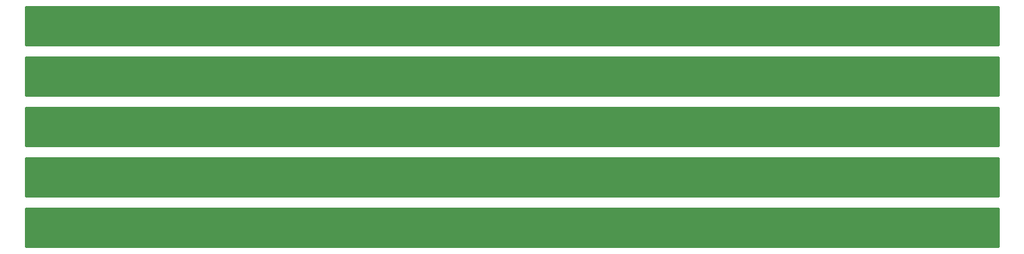
<source format=gbr>
%TF.GenerationSoftware,KiCad,Pcbnew,(5.1.9)-1*%
%TF.CreationDate,2021-11-26T10:49:09-06:00*%
%TF.ProjectId,Tri-Color-Panel,5472692d-436f-46c6-9f72-2d50616e656c,rev?*%
%TF.SameCoordinates,Original*%
%TF.FileFunction,Copper,L2,Bot*%
%TF.FilePolarity,Positive*%
%FSLAX46Y46*%
G04 Gerber Fmt 4.6, Leading zero omitted, Abs format (unit mm)*
G04 Created by KiCad (PCBNEW (5.1.9)-1) date 2021-11-26 10:49:09*
%MOMM*%
%LPD*%
G01*
G04 APERTURE LIST*
%TA.AperFunction,ViaPad*%
%ADD10C,0.800000*%
%TD*%
%TA.AperFunction,Conductor*%
%ADD11C,0.254000*%
%TD*%
%TA.AperFunction,Conductor*%
%ADD12C,0.100000*%
%TD*%
G04 APERTURE END LIST*
D10*
%TO.N,Net-(D16-Pad1)*%
X199353500Y-106262500D03*
X200442500Y-106262500D03*
X201712500Y-106262500D03*
X202982500Y-106262500D03*
X204252500Y-106262500D03*
X204379500Y-104230500D03*
X203109500Y-104230500D03*
X201839500Y-104230500D03*
%TO.N,Net-(R1-Pad1)*%
X85725000Y-81280000D03*
X85725000Y-100330000D03*
X86360000Y-99695000D03*
X86360000Y-80645000D03*
%TO.N,Net-(R3-Pad1)*%
X83185000Y-83820000D03*
X86106000Y-87275000D03*
X86995000Y-86995000D03*
X83185000Y-85090000D03*
X83185000Y-86360000D03*
X83185000Y-87630000D03*
%TO.N,Net-(R5-Pad1)*%
X85725000Y-93980000D03*
X86360000Y-93345000D03*
X144145000Y-92710000D03*
X144145000Y-91440000D03*
%TD*%
D11*
%TO.N,Net-(R5-Pad1)*%
X204978000Y-94488000D02*
X82677000Y-94488000D01*
X82677000Y-89662000D01*
X204978000Y-89662000D01*
X204978000Y-94488000D01*
%TA.AperFunction,Conductor*%
D12*
G36*
X204978000Y-94488000D02*
G01*
X82677000Y-94488000D01*
X82677000Y-89662000D01*
X204978000Y-89662000D01*
X204978000Y-94488000D01*
G37*
%TD.AperFunction*%
%TD*%
D11*
%TO.N,Net-(R3-Pad1)*%
X204978000Y-88138000D02*
X82677000Y-88138000D01*
X82677000Y-83312000D01*
X204978000Y-83312000D01*
X204978000Y-88138000D01*
%TA.AperFunction,Conductor*%
D12*
G36*
X204978000Y-88138000D02*
G01*
X82677000Y-88138000D01*
X82677000Y-83312000D01*
X204978000Y-83312000D01*
X204978000Y-88138000D01*
G37*
%TD.AperFunction*%
%TD*%
D11*
%TO.N,Net-(R1-Pad1)*%
X204978000Y-81788000D02*
X82677000Y-81788000D01*
X82677000Y-76962000D01*
X204978000Y-76962000D01*
X204978000Y-81788000D01*
%TA.AperFunction,Conductor*%
D12*
G36*
X204978000Y-81788000D02*
G01*
X82677000Y-81788000D01*
X82677000Y-76962000D01*
X204978000Y-76962000D01*
X204978000Y-81788000D01*
G37*
%TD.AperFunction*%
%TD*%
D11*
%TO.N,Net-(R1-Pad1)*%
X204978000Y-100838000D02*
X82677000Y-100838000D01*
X82677000Y-96012000D01*
X204978000Y-96012000D01*
X204978000Y-100838000D01*
%TA.AperFunction,Conductor*%
D12*
G36*
X204978000Y-100838000D02*
G01*
X82677000Y-100838000D01*
X82677000Y-96012000D01*
X204978000Y-96012000D01*
X204978000Y-100838000D01*
G37*
%TD.AperFunction*%
%TD*%
D11*
%TO.N,Net-(D16-Pad1)*%
X204978000Y-107188000D02*
X82677000Y-107188000D01*
X82677000Y-102362000D01*
X204978000Y-102362000D01*
X204978000Y-107188000D01*
%TA.AperFunction,Conductor*%
D12*
G36*
X204978000Y-107188000D02*
G01*
X82677000Y-107188000D01*
X82677000Y-102362000D01*
X204978000Y-102362000D01*
X204978000Y-107188000D01*
G37*
%TD.AperFunction*%
%TD*%
M02*

</source>
